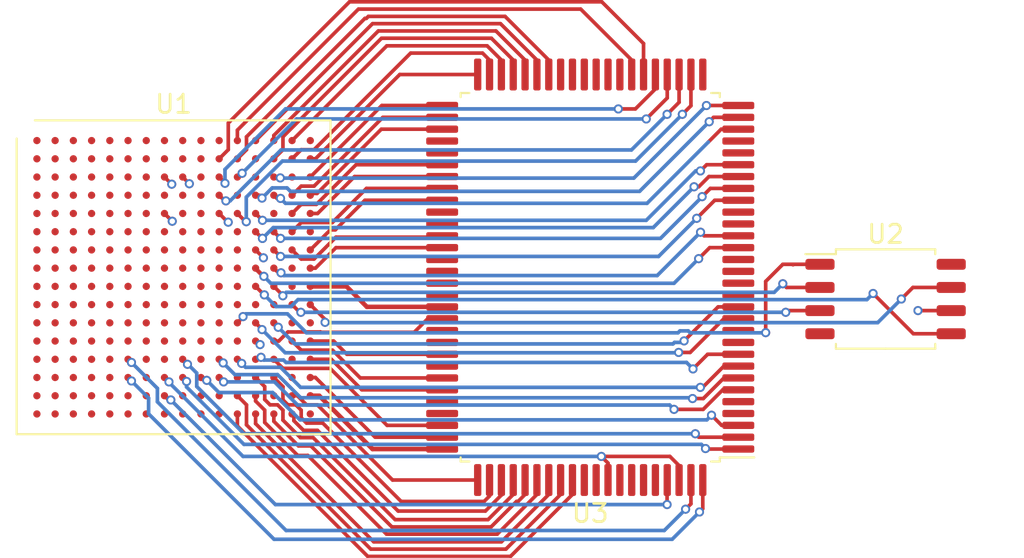
<source format=kicad_pcb>
(kicad_pcb (version 20211014) (generator pcbnew)
  (layers (0 "F.Cu" signal) (1 "In1.Cu" signal) (2 "In2.Cu" signal) (3 "In3.Cu" signal) (4 "In4.Cu" signal) (5 "In5.Cu" signal) (6 "In6.Cu" signal) (31 "B.Cu" signal) (34 "B.Paste" user) (35 "F.Paste" user) (36 "B.SilkS" user "B.Silkscreen") (37 "F.SilkS" user "F.Silkscreen") (38 "B.Mask" user) (39 "F.Mask" user) (44 "Edge.Cuts" user))
  (net 0 "")
  (net 1 "Net-(R5-Pad2)")
  (net 2 "GND")
  (net 3 "/fpga_core/config_dram/CCLK")
  (net 4 "Net-(R6-Pad2)")
  (net 6 "/fpga_core/config_dram/SRAM_D26")
  (net 7 "/fpga_core/config_dram/SRAM_D25")
  (net 8 "/fpga_core/config_dram/SRAM_D24")
  (net 9 "Net-(U3-Pad11)")
  (net 10 "/fpga_core/config_dram/SRAM_D23")
  (net 11 "/fpga_core/config_dram/SRAM_D22")
  (net 12 "/fpga_core/config_dram/SRAM_D21")
  (net 13 "/fpga_core/config_dram/SRAM_D20")
  (net 14 "/fpga_core/config_dram/SRAM_D19")
  (net 15 "/fpga_core/config_dram/SRAM_D18")
  (net 18 "/fpga_core/config_dram/SRAM_D17")
  (net 19 "/fpga_core/config_dram/SRAM_D16")
  (net 20 "/fpga_core/config_dram/SRAM_D15")
  (net 21 "/fpga_core/config_dram/SRAM_D14")
  (net 22 "/fpga_core/config_dram/SRAM_D13")
  (net 23 "/fpga_core/config_dram/SRAM_D12")
  (net 24 "/fpga_core/config_dram/SRAM_D11")
  (net 25 "/fpga_core/config_dram/SRAM_D10")
  (net 26 "/fpga_core/config_dram/SRAM_D9")
  (net 27 "/fpga_core/config_dram/SRAM_A5")
  (net 28 "/fpga_core/config_dram/SRAM_A4")
  (net 29 "/fpga_core/config_dram/SRAM_A3")
  (net 30 "/fpga_core/config_dram/SRAM_A2")
  (net 31 "/fpga_core/config_dram/SRAM_A1")
  (net 32 "/fpga_core/config_dram/SRAM_A0")
  (net 37 "/fpga_core/config_dram/SRAM_A6")
  (net 38 "/fpga_core/config_dram/SRAM_A7")
  (net 39 "/fpga_core/config_dram/SRAM_A8")
  (net 40 "/fpga_core/config_dram/SRAM_A9")
  (net 41 "/fpga_core/config_dram/SRAM_A10")
  (net 42 "/fpga_core/config_dram/SRAM_A11")
  (net 43 "/fpga_core/config_dram/SRAM_A12")
  (net 44 "/fpga_core/config_dram/SRAM_D8")
  (net 45 "/fpga_core/config_dram/SRAM_D7")
  (net 46 "/fpga_core/config_dram/SRAM_D6")
  (net 47 "/fpga_core/config_dram/SRAM_D5")
  (net 48 "/fpga_core/config_dram/SRAM_D4")
  (net 49 "/fpga_core/config_dram/SRAM_D3")
  (net 50 "/fpga_core/config_dram/SRAM_D2")
  (net 51 "/fpga_core/config_dram/SRAM_D1")
  (net 52 "/fpga_core/config_dram/SRAM_D0")
  (net 54 "/fpga_core/config_dram/SRAM_D35")
  (net 55 "/fpga_core/config_dram/SRAM_D34")
  (net 56 "/fpga_core/config_dram/SRAM_D33")
  (net 57 "/fpga_core/config_dram/SRAM_D32")
  (net 58 "/fpga_core/config_dram/SRAM_D31")
  (net 59 "/fpga_core/config_dram/SRAM_D30")
  (net 60 "/fpga_core/config_dram/SRAM_D29")
  (net 61 "/fpga_core/config_dram/SRAM_D28")
  (net 62 "/fpga_core/config_dram/SRAM_D27")
  (net 63 "/fpga_core/config_dram/SRAM_A18")
  (net 64 "/fpga_core/config_dram/SRAM_A17")
  (net 65 "/fpga_core/config_dram/SRAM_A16")
  (net 66 "/fpga_core/config_dram/SRAM_A15")
  (net 67 "/fpga_core/config_dram/SRAM_OE")
  (net 68 "/fpga_core/config_dram/SRAM_CEN")
  (net 69 "/fpga_core/config_dram/SRAM_WE")
  (net 70 "/fpga_core/config_dram/SRAM_CLK")
  (net 71 "/fpga_core/config_dram/SRAM_CE2")
  (net 72 "/fpga_core/config_dram/SRAM_CE1")
  (net 73 "/fpga_core/config_dram/SRAM_A14")
  (net 74 "/fpga_core/config_dram/SRAM_A13")
  (net 137 "/fpga_core/pwr_jtag/CONFIG_DONE")
  (net 163 "Net-(D2-Pad3)")
  (net 165 "/fpga_core/pwr_jtag/PROGRAM_B")
  (net 173 "Net-(D2-Pad1)")
  (net 177 "unconnected-(U1-PadM13)")
  (net 182 "Net-(D1-Pad1)")
  (net 183 "Net-(D1-Pad3)")
  (net 200 "/fpga_core/config_dram/SRAM_ADV_LD")
  (net 201 "/fpga_core/config_dram/SRAM_D28b")
  (net 203 "Net-(U1-PadL12)")
  (net 205 "Net-(U1-PadJ14)")
  (net 206 "Net-(U1-PadJ13)")
  (net 207 "unconnected-(U1-PadE11)")
  (footprint "Package_BGA:Xilinx_FTG256" (layer "F.Cu") (at 127 88.9)
    (fp_text reference "U1")
    (fp_text value "XC7A100T-FTG256")
  )
  (footprint "Package_SO:SOIC-8_5.23x5.23mm_P1.27mm" (layer "F.Cu") (at 166.0652 90.0938)
    (fp_text reference "U2")
    (fp_text value "S25FL127SABMFV10")
  )
  (footprint "Package_QFP:PQFP-100_14x20mm_P0.65mm" (layer "F.Cu") (at 149.86 88.9 180)
    (fp_text reference "U3")
    (fp_text value "CY7C1370KV33")
  )
  (segment (start 133.922294 90.822294) (end 133.982818 90.822294) (width 0.2) (layer "F.Cu") (net 1))
  (segment (start 160.6804 90.7288) (end 160.586906 90.822294) (width 0.2) (layer "F.Cu") (net 1))
  (segment (start 133.5 90.4) (end 133.922294 90.822294) (width 0.2) (layer "F.Cu") (net 1))
  (segment (start 162.4652 90.7288) (end 160.6804 90.7288) (width 0.2) (layer "F.Cu") (net 1))
  (via (at 133.982818 90.822294) (size 0.5) (drill 0.3) (layers "F.Cu" "B.Cu") (net 1))
  (via (at 160.586906 90.822294) (size 0.5) (drill 0.3) (layers "F.Cu" "B.Cu") (net 1))
  (segment (start 133.982818 90.822294) (end 160.586906 90.822294) (width 0.2) (layer "B.Cu") (net 1))
  (segment (start 131.5 87.4) (end 131.9276 87.8276) (width 0.2) (layer "F.Cu") (net 2))
  (segment (start 131.9276 87.8276) (end 131.9276 87.8332) (width 0.2) (layer "F.Cu") (net 2))
  (via (at 131.9276 87.8332) (size 0.5) (drill 0.3) (layers "F.Cu" "B.Cu") (net 2))
  (segment (start 126.5 85.4) (end 126.9266 85.8266) (width 0.2) (layer "F.Cu") (net 3))
  (segment (start 169.6652 90.7288) (end 167.8432 90.7288) (width 0.2) (layer "F.Cu") (net 3))
  (via (at 126.9266 85.8266) (size 0.5) (drill 0.3) (layers "F.Cu" "B.Cu") (net 3))
  (via (at 167.8432 90.7288) (size 0.5) (drill 0.3) (layers "F.Cu" "B.Cu") (net 3))
  (segment (start 167.5638 89.4588) (end 166.9288 90.0938) (width 0.2) (layer "F.Cu") (net 4))
  (segment (start 169.6652 89.4588) (end 167.5638 89.4588) (width 0.2) (layer "F.Cu") (net 4))
  (segment (start 134.5 90.4) (end 135.31105 91.21105) (width 0.2) (layer "F.Cu") (net 4))
  (segment (start 135.31105 91.21105) (end 135.31105 91.371794) (width 0.2) (layer "F.Cu") (net 4))
  (via (at 166.9288 90.0938) (size 0.5) (drill 0.3) (layers "F.Cu" "B.Cu") (net 4))
  (via (at 135.31105 91.371794) (size 0.5) (drill 0.3) (layers "F.Cu" "B.Cu") (net 4))
  (segment (start 135.328456 91.3892) (end 135.31105 91.371794) (width 0.2) (layer "B.Cu") (net 4))
  (segment (start 166.9288 90.0938) (end 165.6334 91.3892) (width 0.2) (layer "B.Cu") (net 4))
  (segment (start 165.6334 91.3892) (end 135.328456 91.3892) (width 0.2) (layer "B.Cu") (net 4))
  (segment (start 127.7112 94.6112) (end 127.7112 94.615) (width 0.2) (layer "F.Cu") (net 6))
  (segment (start 156.2116 98.325) (end 156.1846 98.298) (width 0.2) (layer "F.Cu") (net 6))
  (segment (start 127.5 94.4) (end 127.7112 94.6112) (width 0.2) (layer "F.Cu") (net 6))
  (segment (start 157.985 98.325) (end 156.2116 98.325) (width 0.2) (layer "F.Cu") (net 6))
  (via (at 127.7112 94.615) (size 0.5) (drill 0.3) (layers "F.Cu" "B.Cu") (net 6))
  (via (at 156.1846 98.298) (size 0.5) (drill 0.3) (layers "F.Cu" "B.Cu") (net 6))
  (segment (start 156.1846 98.298) (end 155.956 98.0694) (width 0.2) (layer "B.Cu") (net 6))
  (segment (start 127.7112 94.9198) (end 127.7112 94.615) (width 0.2) (layer "B.Cu") (net 6))
  (segment (start 130.8608 98.0694) (end 127.7112 94.9198) (width 0.2) (layer "B.Cu") (net 6))
  (segment (start 155.956 98.0694) (end 130.8608 98.0694) (width 0.2) (layer "B.Cu") (net 6))
  (segment (start 127.762 93.662) (end 127.762 93.6752) (width 0.2) (layer "F.Cu") (net 7))
  (segment (start 127.5 93.4) (end 127.762 93.662) (width 0.2) (layer "F.Cu") (net 7))
  (segment (start 155.8156 97.675) (end 155.6258 97.4852) (width 0.2) (layer "F.Cu") (net 7))
  (segment (start 157.985 97.675) (end 155.8156 97.675) (width 0.2) (layer "F.Cu") (net 7))
  (via (at 155.6258 97.4852) (size 0.5) (drill 0.3) (layers "F.Cu" "B.Cu") (net 7))
  (via (at 127.762 93.6752) (size 0.5) (drill 0.3) (layers "F.Cu" "B.Cu") (net 7))
  (segment (start 128.27 94.8944) (end 128.27 94.1578) (width 0.2) (layer "B.Cu") (net 7))
  (segment (start 155.6258 97.4852) (end 130.8608 97.4852) (width 0.2) (layer "B.Cu") (net 7))
  (segment (start 127.7874 93.6752) (end 127.762 93.6752) (width 0.2) (layer "B.Cu") (net 7))
  (segment (start 128.27 94.1578) (end 127.7874 93.6752) (width 0.2) (layer "B.Cu") (net 7))
  (segment (start 130.8608 97.4852) (end 128.27 94.8944) (width 0.2) (layer "B.Cu") (net 7))
  (segment (start 128.7018 94.615) (end 128.761069 94.555731) (width 0.2) (layer "F.Cu") (net 8))
  (segment (start 157.985 97.025) (end 157.0706 97.025) (width 0.2) (layer "F.Cu") (net 8))
  (segment (start 128.761069 94.555731) (end 128.8195 94.555731) (width 0.2) (layer "F.Cu") (net 8))
  (segment (start 128.655731 94.555731) (end 128.8195 94.555731) (width 0.2) (layer "F.Cu") (net 8))
  (segment (start 128.5 94.4) (end 128.655731 94.555731) (width 0.2) (layer "F.Cu") (net 8))
  (segment (start 157.0706 97.025) (end 156.5148 96.4692) (width 0.2) (layer "F.Cu") (net 8))
  (via (at 128.8195 94.555731) (size 0.5) (drill 0.3) (layers "F.Cu" "B.Cu") (net 8))
  (via (at 156.5148 96.4692) (size 0.5) (drill 0.3) (layers "F.Cu" "B.Cu") (net 8))
  (segment (start 156.2608 96.7232) (end 133.9342 96.7232) (width 0.2) (layer "B.Cu") (net 8))
  (segment (start 156.5148 96.4692) (end 156.2608 96.7232) (width 0.2) (layer "B.Cu") (net 8))
  (segment (start 132.4356 95.2246) (end 129.488369 95.2246) (width 0.2) (layer "B.Cu") (net 8))
  (segment (start 133.9342 96.7232) (end 132.4356 95.2246) (width 0.2) (layer "B.Cu") (net 8))
  (segment (start 129.488369 95.2246) (end 128.8195 94.555731) (width 0.2) (layer "B.Cu") (net 8))
  (segment (start 129.7404 94.6404) (end 129.7432 94.6404) (width 0.2) (layer "F.Cu") (net 10))
  (segment (start 156.058589 96.1483) (end 154.4574 96.1483) (width 0.2) (layer "F.Cu") (net 10))
  (segment (start 157.131889 95.075) (end 156.058589 96.1483) (width 0.2) (layer "F.Cu") (net 10))
  (segment (start 129.5 94.4) (end 129.7404 94.6404) (width 0.2) (layer "F.Cu") (net 10))
  (segment (start 157.985 95.075) (end 157.131889 95.075) (width 0.2) (layer "F.Cu") (net 10))
  (via (at 154.4574 96.1483) (size 0.5) (drill 0.3) (layers "F.Cu" "B.Cu") (net 10))
  (via (at 129.7432 94.6404) (size 0.5) (drill 0.3) (layers "F.Cu" "B.Cu") (net 10))
  (segment (start 132.5372 94.6404) (end 133.8072 95.9104) (width 0.2) (layer "B.Cu") (net 10))
  (segment (start 154.2195 95.9104) (end 154.4574 96.1483) (width 0.2) (layer "B.Cu") (net 10))
  (segment (start 129.7432 94.6404) (end 132.5372 94.6404) (width 0.2) (layer "B.Cu") (net 10))
  (segment (start 133.8072 95.9104) (end 154.2195 95.9104) (width 0.2) (layer "B.Cu") (net 10))
  (segment (start 129.5188 93.4) (end 129.7178 93.599) (width 0.2) (layer "F.Cu") (net 11))
  (segment (start 157.194315 94.425) (end 156.064515 95.5548) (width 0.2) (layer "F.Cu") (net 11))
  (segment (start 157.985 94.425) (end 157.194315 94.425) (width 0.2) (layer "F.Cu") (net 11))
  (segment (start 129.5 93.4) (end 129.5188 93.4) (width 0.2) (layer "F.Cu") (net 11))
  (segment (start 156.064515 95.5548) (end 155.4734 95.5548) (width 0.2) (layer "F.Cu") (net 11))
  (via (at 129.7178 93.599) (size 0.5) (drill 0.3) (layers "F.Cu" "B.Cu") (net 11))
  (via (at 155.4734 95.5548) (size 0.5) (drill 0.3) (layers "F.Cu" "B.Cu") (net 11))
  (segment (start 129.7178 93.599) (end 130.359699 94.240899) (width 0.2) (layer "B.Cu") (net 11))
  (segment (start 133.972679 95.510899) (end 155.429499 95.510899) (width 0.2) (layer "B.Cu") (net 11))
  (segment (start 132.702679 94.240899) (end 133.972679 95.510899) (width 0.2) (layer "B.Cu") (net 11))
  (segment (start 130.359699 94.240899) (end 132.702679 94.240899) (width 0.2) (layer "B.Cu") (net 11))
  (segment (start 155.429499 95.510899) (end 155.4734 95.5548) (width 0.2) (layer "B.Cu") (net 11))
  (segment (start 130.5 93.4) (end 130.7244 93.6244) (width 0.2) (layer "F.Cu") (net 12))
  (segment (start 130.7244 93.6244) (end 130.7338 93.6244) (width 0.2) (layer "F.Cu") (net 12))
  (segment (start 157.194315 93.775) (end 156.028213 94.941102) (width 0.2) (layer "F.Cu") (net 12))
  (segment (start 157.985 93.775) (end 157.194315 93.775) (width 0.2) (layer "F.Cu") (net 12))
  (segment (start 156.028213 94.941102) (end 155.901102 94.941102) (width 0.2) (layer "F.Cu") (net 12))
  (via (at 130.7338 93.6244) (size 0.5) (drill 0.3) (layers "F.Cu" "B.Cu") (net 12))
  (via (at 155.901102 94.941102) (size 0.5) (drill 0.3) (layers "F.Cu" "B.Cu") (net 12))
  (segment (start 132.868158 93.841398) (end 130.950798 93.841398) (width 0.2) (layer "B.Cu") (net 12))
  (segment (start 133.967862 94.941102) (end 132.868158 93.841398) (width 0.2) (layer "B.Cu") (net 12))
  (segment (start 130.950798 93.841398) (end 130.7338 93.6244) (width 0.2) (layer "B.Cu") (net 12))
  (segment (start 155.901102 94.941102) (end 133.967862 94.941102) (width 0.2) (layer "B.Cu") (net 12))
  (segment (start 156.303 93.125) (end 155.4988 93.9292) (width 0.2) (layer "F.Cu") (net 13))
  (segment (start 157.985 93.125) (end 156.303 93.125) (width 0.2) (layer "F.Cu") (net 13))
  (segment (start 131.5 93.4) (end 131.689115 93.4) (width 0.2) (layer "F.Cu") (net 13))
  (segment (start 131.689115 93.4) (end 131.797217 93.291898) (width 0.2) (layer "F.Cu") (net 13))
  (via (at 131.797217 93.291898) (size 0.5) (drill 0.3) (layers "F.Cu" "B.Cu") (net 13))
  (via (at 155.4988 93.9292) (size 0.5) (drill 0.3) (layers "F.Cu" "B.Cu") (net 13))
  (segment (start 133.033637 93.441897) (end 131.947216 93.441897) (width 0.2) (layer "B.Cu") (net 13))
  (segment (start 133.16534 93.5736) (end 133.033637 93.441897) (width 0.2) (layer "B.Cu") (net 13))
  (segment (start 155.4988 93.9292) (end 155.1432 93.5736) (width 0.2) (layer "B.Cu") (net 13))
  (segment (start 131.947216 93.441897) (end 131.797217 93.291898) (width 0.2) (layer "B.Cu") (net 13))
  (segment (start 155.1432 93.5736) (end 133.16534 93.5736) (width 0.2) (layer "B.Cu") (net 13))
  (segment (start 157.194315 91.175) (end 155.345215 93.0241) (width 0.2) (layer "F.Cu") (net 14))
  (segment (start 155.345215 93.0241) (end 154.7114 93.0241) (width 0.2) (layer "F.Cu") (net 14))
  (segment (start 131.5 91.4) (end 131.8514 91.7514) (width 0.2) (layer "F.Cu") (net 14))
  (segment (start 131.8514 91.7514) (end 131.8514 91.7702) (width 0.2) (layer "F.Cu") (net 14))
  (segment (start 157.985 91.175) (end 157.194315 91.175) (width 0.2) (layer "F.Cu") (net 14))
  (via (at 131.8514 91.7702) (size 0.5) (drill 0.3) (layers "F.Cu" "B.Cu") (net 14))
  (via (at 154.7114 93.0241) (size 0.5) (drill 0.3) (layers "F.Cu" "B.Cu") (net 14))
  (segment (start 133.123596 93.042396) (end 154.693104 93.042396) (width 0.2) (layer "B.Cu") (net 14))
  (segment (start 131.8514 91.7702) (end 133.123596 93.042396) (width 0.2) (layer "B.Cu") (net 14))
  (segment (start 154.693104 93.042396) (end 154.7114 93.0241) (width 0.2) (layer "B.Cu") (net 14))
  (segment (start 132.5 91.4) (end 132.7404 91.6404) (width 0.2) (layer "F.Cu") (net 15))
  (segment (start 156.875969 90.525) (end 155.009617 92.391352) (width 0.2) (layer "F.Cu") (net 15))
  (segment (start 157.985 90.525) (end 156.875969 90.525) (width 0.2) (layer "F.Cu") (net 15))
  (segment (start 132.7404 91.6404) (end 132.7404 91.6432) (width 0.2) (layer "F.Cu") (net 15))
  (via (at 132.7404 91.6432) (size 0.5) (drill 0.3) (layers "F.Cu" "B.Cu") (net 15))
  (via (at 155.009617 92.391352) (size 0.5) (drill 0.3) (layers "F.Cu" "B.Cu") (net 15))
  (segment (start 133.6548 92.5576) (end 154.400789 92.5576) (width 0.2) (layer "B.Cu") (net 15))
  (segment (start 154.926369 92.4746) (end 155.009617 92.391352) (width 0.2) (layer "B.Cu") (net 15))
  (segment (start 154.400789 92.5576) (end 154.483789 92.4746) (width 0.2) (layer "B.Cu") (net 15))
  (segment (start 132.7404 91.6432) (end 133.6548 92.5576) (width 0.2) (layer "B.Cu") (net 15))
  (segment (start 154.483789 92.4746) (end 154.926369 92.4746) (width 0.2) (layer "B.Cu") (net 15))
  (segment (start 131.5 88.4) (end 131.9492 88.8492) (width 0.2) (layer "F.Cu") (net 18))
  (segment (start 131.5 88.447) (end 131.9022 88.8492) (width 0.2) (layer "F.Cu") (net 18))
  (segment (start 156.4126 87.275) (end 155.808744 87.878856) (width 0.2) (layer "F.Cu") (net 18))
  (segment (start 157.985 87.275) (end 156.4126 87.275) (width 0.2) (layer "F.Cu") (net 18))
  (segment (start 131.9022 88.8492) (end 131.953 88.8492) (width 0.2) (layer "F.Cu") (net 18))
  (segment (start 131.9492 88.8492) (end 131.953 88.8492) (width 0.2) (layer "F.Cu") (net 18))
  (via (at 131.953 88.8492) (size 0.5) (drill 0.3) (layers "F.Cu" "B.Cu") (net 18))
  (via (at 155.808744 87.878856) (size 0.5) (drill 0.3) (layers "F.Cu" "B.Cu") (net 18))
  (segment (start 132.334 89.2302) (end 154.4574 89.2302) (width 0.2) (layer "B.Cu") (net 18))
  (segment (start 154.4574 89.2302) (end 155.808744 87.878856) (width 0.2) (layer "B.Cu") (net 18))
  (segment (start 131.953 88.8492) (end 132.334 89.2302) (width 0.2) (layer "B.Cu") (net 18))
  (segment (start 156.109112 86.625) (end 155.912756 86.428644) (width 0.2) (layer "F.Cu") (net 19))
  (segment (start 132.7553 88.6553) (end 132.8928 88.6553) (width 0.2) (layer "F.Cu") (net 19))
  (segment (start 157.985 86.625) (end 156.109112 86.625) (width 0.2) (layer "F.Cu") (net 19))
  (segment (start 132.5 88.4) (end 132.7553 88.6553) (width 0.2) (layer "F.Cu") (net 19))
  (via (at 155.912756 86.428644) (size 0.5) (drill 0.3) (layers "F.Cu" "B.Cu") (net 19))
  (via (at 132.8928 88.6553) (size 0.5) (drill 0.3) (layers "F.Cu" "B.Cu") (net 19))
  (segment (start 133.042799 88.805299) (end 153.536101 88.805299) (width 0.2) (layer "B.Cu") (net 19))
  (segment (start 153.536101 88.805299) (end 155.912756 86.428644) (width 0.2) (layer "B.Cu") (net 19))
  (segment (start 132.8928 88.6553) (end 133.042799 88.805299) (width 0.2) (layer "B.Cu") (net 19))
  (segment (start 132.857 87.757) (end 132.8674 87.757) (width 0.2) (layer "F.Cu") (net 20))
  (segment (start 157.985 84.675) (end 156.692317 84.675) (width 0.2) (layer "F.Cu") (net 20))
  (segment (start 132.5 87.4) (end 132.857 87.757) (width 0.2) (layer "F.Cu") (net 20))
  (segment (start 156.692317 84.675) (end 155.702417 85.6649) (width 0.2) (layer "F.Cu") (net 20))
  (via (at 132.8674 87.757) (size 0.5) (drill 0.3) (layers "F.Cu" "B.Cu") (net 20))
  (via (at 155.702417 85.6649) (size 0.5) (drill 0.3) (layers "F.Cu" "B.Cu") (net 20))
  (segment (start 153.610317 87.757) (end 155.702417 85.6649) (width 0.2) (layer "B.Cu") (net 20))
  (segment (start 132.8674 87.757) (end 153.610317 87.757) (width 0.2) (layer "B.Cu") (net 20))
  (segment (start 132.8664 86.7664) (end 132.8674 86.7664) (width 0.2) (layer "F.Cu") (net 21))
  (segment (start 132.5 86.4) (end 132.8664 86.7664) (width 0.2) (layer "F.Cu") (net 21))
  (segment (start 157.985 84.025) (end 156.451347 84.025) (width 0.2) (layer "F.Cu") (net 21))
  (segment (start 156.451347 84.025) (end 155.998964 84.477383) (width 0.2) (layer "F.Cu") (net 21))
  (via (at 155.998964 84.477383) (size 0.5) (drill 0.3) (layers "F.Cu" "B.Cu") (net 21))
  (via (at 132.8674 86.7664) (size 0.5) (drill 0.3) (layers "F.Cu" "B.Cu") (net 21))
  (segment (start 155.998964 84.484127) (end 155.998964 84.477383) (width 0.2) (layer "B.Cu") (net 21))
  (segment (start 153.716691 86.7664) (end 155.998964 84.484127) (width 0.2) (layer "B.Cu") (net 21))
  (segment (start 132.8674 86.7664) (end 153.716691 86.7664) (width 0.2) (layer "B.Cu") (net 21))
  (segment (start 157.985 83.375) (end 156.372639 83.375) (width 0.2) (layer "F.Cu") (net 22))
  (segment (start 131.8664 86.7664) (end 131.8768 86.7664) (width 0.2) (layer "F.Cu") (net 22))
  (segment (start 156.372639 83.375) (end 155.812564 83.935075) (width 0.2) (layer "F.Cu") (net 22))
  (segment (start 131.5 86.4) (end 131.8664 86.7664) (width 0.2) (layer "F.Cu") (net 22))
  (segment (start 155.812564 83.935075) (end 155.557143 83.935075) (width 0.2) (layer "F.Cu") (net 22))
  (via (at 131.8768 86.7664) (size 0.5) (drill 0.3) (layers "F.Cu" "B.Cu") (net 22))
  (via (at 131.8768 86.7664) (size 0.5) (drill 0.3) (layers "F.Cu" "B.Cu") (net 22))
  (via (at 155.557143 83.935075) (size 0.5) (drill 0.3) (layers "F.Cu" "B.Cu") (net 22))
  (segment (start 131.8768 86.7664) (end 132.467899 86.175301) (width 0.2) (layer "B.Cu") (net 22))
  (segment (start 153.316917 86.175301) (end 155.557143 83.935075) (width 0.2) (layer "B.Cu") (net 22))
  (segment (start 132.467899 86.175301) (end 153.316917 86.175301) (width 0.2) (layer "B.Cu") (net 22))
  (segment (start 157.985 82.725) (end 156.245528 82.725) (width 0.2) (layer "F.Cu") (net 23))
  (segment (start 131.8758 85.7758) (end 131.8768 85.7758) (width 0.2) (layer "F.Cu") (net 23))
  (segment (start 131.5 85.4) (end 131.8758 85.7758) (width 0.2) (layer "F.Cu") (net 23))
  (segment (start 156.245528 82.725) (end 155.9052 83.065328) (width 0.2) (layer "F.Cu") (net 23))
  (via (at 155.9052 83.065328) (size 0.5) (drill 0.3) (layers "F.Cu" "B.Cu") (net 23))
  (via (at 131.8768 85.7758) (size 0.5) (drill 0.3) (layers "F.Cu" "B.Cu") (net 23))
  (segment (start 155.643872 83.065328) (end 155.9052 83.065328) (width 0.2) (layer "B.Cu") (net 23))
  (segment (start 131.8768 85.7758) (end 152.9334 85.7758) (width 0.2) (layer "B.Cu") (net 23))
  (segment (start 152.9334 85.7758) (end 155.643872 83.065328) (width 0.2) (layer "B.Cu") (net 23))
  (segment (start 132.6727 84.5727) (end 132.8674 84.5727) (width 0.2) (layer "F.Cu") (net 24))
  (segment (start 157.985 80.775) (end 157.0452 80.775) (width 0.2) (layer "F.Cu") (net 24))
  (segment (start 132.5 84.4) (end 132.6727 84.5727) (width 0.2) (layer "F.Cu") (net 24))
  (segment (start 157.0452 80.775) (end 156.337 81.4832) (width 0.2) (layer "F.Cu") (net 24))
  (via (at 132.8674 84.5727) (size 0.5) (drill 0.3) (layers "F.Cu" "B.Cu") (net 24))
  (segment (start 156.337 81.4832) (end 152.9774 84.8428) (width 0.2) (layer "B.Cu") (net 24))
  (segment (start 152.9774 84.8428) (end 133.1375 84.8428) (width 0.2) (layer "B.Cu") (net 24))
  (segment (start 133.1375 84.8428) (end 132.8674 84.5727) (width 0.2) (layer "B.Cu") (net 24))
  (segment (start 156.6284 80.125) (end 156.3878 80.3656) (width 0.2) (layer "F.Cu") (net 25))
  (segment (start 131.5 84.4) (end 131.6948 84.4) (width 0.2) (layer "F.Cu") (net 25))
  (segment (start 131.6948 84.4) (end 131.8514 84.5566) (width 0.2) (layer "F.Cu") (net 25))
  (segment (start 157.985 80.125) (end 156.6284 80.125) (width 0.2) (layer "F.Cu") (net 25))
  (via (at 156.3878 80.3656) (size 0.5) (drill 0.3) (layers "F.Cu" "B.Cu") (net 25))
  (via (at 131.8514 84.5566) (size 0.5) (drill 0.3) (layers "F.Cu" "B.Cu") (net 25))
  (segment (start 156.3878 80.3656) (end 152.5685 84.1849) (width 0.2) (layer "B.Cu") (net 25))
  (segment (start 133.4101 84.1849) (end 133.223 83.9978) (width 0.2) (layer "B.Cu") (net 25))
  (segment (start 133.223 83.9978) (end 132.4102 83.9978) (width 0.2) (layer "B.Cu") (net 25))
  (segment (start 132.4102 83.9978) (end 131.8514 84.5566) (width 0.2) (layer "B.Cu") (net 25))
  (segment (start 152.5685 84.1849) (end 133.4101 84.1849) (width 0.2) (layer "B.Cu") (net 25))
  (segment (start 132.5 83.4) (end 132.803931 83.4) (width 0.2) (layer "F.Cu") (net 26))
  (segment (start 156.237 79.475) (end 156.2354 79.4766) (width 0.2) (layer "F.Cu") (net 26))
  (segment (start 132.803931 83.4) (end 132.852231 83.4483) (width 0.2) (layer "F.Cu") (net 26))
  (segment (start 157.985 79.475) (end 156.237 79.475) (width 0.2) (layer "F.Cu") (net 26))
  (via (at 132.852231 83.4483) (size 0.5) (drill 0.3) (layers "F.Cu" "B.Cu") (net 26))
  (via (at 156.2354 79.4766) (size 0.5) (drill 0.3) (layers "F.Cu" "B.Cu") (net 26))
  (segment (start 152.252201 83.459799) (end 132.86373 83.459799) (width 0.2) (layer "B.Cu") (net 26))
  (segment (start 156.2354 79.4766) (end 152.252201 83.459799) (width 0.2) (layer "B.Cu") (net 26))
  (segment (start 132.86373 83.459799) (end 132.852231 83.4483) (width 0.2) (layer "B.Cu") (net 26))
  (segment (start 155.385 77.775) (end 155.385 79.4888) (width 0.2) (layer "F.Cu") (net 27))
  (segment (start 155.385 79.4888) (end 154.9146 79.9592) (width 0.2) (layer "F.Cu") (net 27))
  (segment (start 130.952 85.852) (end 130.9878 85.852) (width 0.2) (layer "F.Cu") (net 27))
  (segment (start 130.5 85.4) (end 130.952 85.852) (width 0.2) (layer "F.Cu") (net 27))
  (via (at 154.9146 79.9592) (size 0.5) (drill 0.3) (layers "F.Cu" "B.Cu") (net 27))
  (via (at 130.9878 85.852) (size 0.5) (drill 0.3) (layers "F.Cu" "B.Cu") (net 27))
  (segment (start 152.3492 82.5246) (end 132.969 82.5246) (width 0.2) (layer "B.Cu") (net 27))
  (segment (start 130.9878 84.5058) (end 130.9878 85.852) (width 0.2) (layer "B.Cu") (net 27))
  (segment (start 154.9146 79.9592) (end 152.3492 82.5246) (width 0.2) (layer "B.Cu") (net 27))
  (segment (start 132.969 82.5246) (end 130.9878 84.5058) (width 0.2) (layer "B.Cu") (net 27))
  (segment (start 154.735 79.3006) (end 154.0764 79.9592) (width 0.2) (layer "F.Cu") (net 28))
  (segment (start 129.5 84.4) (end 129.809 84.709) (width 0.2) (layer "F.Cu") (net 28))
  (segment (start 154.735 77.775) (end 154.735 79.3006) (width 0.2) (layer "F.Cu") (net 28))
  (segment (start 129.809 84.709) (end 129.8702 84.709) (width 0.2) (layer "F.Cu") (net 28))
  (via (at 154.0764 79.9592) (size 0.5) (drill 0.3) (layers "F.Cu" "B.Cu") (net 28))
  (via (at 129.8702 84.709) (size 0.5) (drill 0.3) (layers "F.Cu" "B.Cu") (net 28))
  (segment (start 132.8928 81.915) (end 152.1206 81.915) (width 0.2) (layer "B.Cu") (net 28))
  (segment (start 152.1206 81.915) (end 154.0764 79.9592) (width 0.2) (layer "B.Cu") (net 28))
  (segment (start 130.0988 84.709) (end 132.8928 81.915) (width 0.2) (layer "B.Cu") (net 28))
  (segment (start 129.8702 84.709) (end 130.0988 84.709) (width 0.2) (layer "B.Cu") (net 28))
  (segment (start 130.7042 83.1958) (end 130.758689 83.1958) (width 0.2) (layer "F.Cu") (net 29))
  (segment (start 130.5 83.4) (end 130.7042 83.1958) (width 0.2) (layer "F.Cu") (net 29))
  (segment (start 154.085 79.0616) (end 152.9334 80.2132) (width 0.2) (layer "F.Cu") (net 29))
  (segment (start 154.085 77.775) (end 154.085 79.0616) (width 0.2) (layer "F.Cu") (net 29))
  (via (at 152.9334 80.2132) (size 0.5) (drill 0.3) (layers "F.Cu" "B.Cu") (net 29))
  (via (at 130.758689 83.1958) (size 0.5) (drill 0.3) (layers "F.Cu" "B.Cu") (net 29))
  (segment (start 133.741289 80.2132) (end 130.758689 83.1958) (width 0.2) (layer "B.Cu") (net 29))
  (segment (start 152.9334 80.2132) (end 133.741289 80.2132) (width 0.2) (layer "B.Cu") (net 29))
  (segment (start 129.5 83.4) (end 129.8194 83.7194) (width 0.2) (layer "F.Cu") (net 30))
  (segment (start 152.336985 79.6637) (end 151.401403 79.6637) (width 0.2) (layer "F.Cu") (net 30))
  (segment (start 153.435 78.565685) (end 152.336985 79.6637) (width 0.2) (layer "F.Cu") (net 30))
  (segment (start 153.435 77.775) (end 153.435 78.565685) (width 0.2) (layer "F.Cu") (net 30))
  (segment (start 129.8194 83.7194) (end 129.8194 83.7438) (width 0.2) (layer "F.Cu") (net 30))
  (via (at 129.8194 83.7438) (size 0.5) (drill 0.3) (layers "F.Cu" "B.Cu") (net 30))
  (via (at 151.401403 79.6637) (size 0.5) (drill 0.3) (layers "F.Cu" "B.Cu") (net 30))
  (segment (start 129.8194 82.9818) (end 129.8194 83.7438) (width 0.2) (layer "B.Cu") (net 30))
  (segment (start 133.1375 79.6637) (end 129.8194 82.9818) (width 0.2) (layer "B.Cu") (net 30))
  (segment (start 151.401403 79.6637) (end 133.1375 79.6637) (width 0.2) (layer "B.Cu") (net 30))
  (segment (start 129.5 82.4) (end 130 81.9) (width 0.2) (layer "F.Cu") (net 31))
  (segment (start 136.652 73.787) (end 150.495 73.787) (width 0.2) (layer "F.Cu") (net 31))
  (segment (start 130 81.9) (end 130 80.439) (width 0.2) (layer "F.Cu") (net 31))
  (segment (start 130 80.439) (end 136.652 73.787) (width 0.2) (layer "F.Cu") (net 31))
  (segment (start 152.785 76.077) (end 152.785 77.775) (width 0.2) (layer "F.Cu") (net 31))
  (segment (start 150.495 73.787) (end 152.785 76.077) (width 0.2) (layer "F.Cu") (net 31))
  (segment (start 130.5 80.828) (end 130.5 81.4) (width 0.2) (layer "F.Cu") (net 32))
  (segment (start 149.337186 74.186501) (end 137.141499 74.186501) (width 0.2) (layer "F.Cu") (net 32))
  (segment (start 152.135 77.775) (end 152.135 76.984315) (width 0.2) (layer "F.Cu") (net 32))
  (segment (start 137.141499 74.186501) (end 130.5 80.828) (width 0.2) (layer "F.Cu") (net 32))
  (segment (start 152.135 76.984315) (end 149.337186 74.186501) (width 0.2) (layer "F.Cu") (net 32))
  (segment (start 137.498392 74.694501) (end 131 81.192893) (width 0.2) (layer "F.Cu") (net 37))
  (segment (start 137.687978 74.586002) (end 137.579479 74.694501) (width 0.2) (layer "F.Cu") (net 37))
  (segment (start 147.585 76.984315) (end 145.186687 74.586002) (width 0.2) (layer "F.Cu") (net 37))
  (segment (start 137.579479 74.694501) (end 137.498392 74.694501) (width 0.2) (layer "F.Cu") (net 37))
  (segment (start 131 81.9) (end 130.5 82.4) (width 0.2) (layer "F.Cu") (net 37))
  (segment (start 145.186687 74.586002) (end 137.687978 74.586002) (width 0.2) (layer "F.Cu") (net 37))
  (segment (start 147.585 77.775) (end 147.585 76.984315) (width 0.2) (layer "F.Cu") (net 37))
  (segment (start 131 81.192893) (end 131 81.9) (width 0.2) (layer "F.Cu") (net 37))
  (segment (start 146.935 76.984315) (end 146.935 77.775) (width 0.2) (layer "F.Cu") (net 38))
  (segment (start 131.5 81.4) (end 137.914497 74.985503) (width 0.2) (layer "F.Cu") (net 38))
  (segment (start 137.914497 74.985503) (end 144.936188 74.985503) (width 0.2) (layer "F.Cu") (net 38))
  (segment (start 144.936188 74.985503) (end 146.935 76.984315) (width 0.2) (layer "F.Cu") (net 38))
  (segment (start 146.285 76.984315) (end 144.685689 75.385004) (width 0.2) (layer "F.Cu") (net 39))
  (segment (start 132.5 81.117158) (end 132.5 81.4) (width 0.2) (layer "F.Cu") (net 39))
  (segment (start 144.685689 75.385004) (end 138.232154 75.385004) (width 0.2) (layer "F.Cu") (net 39))
  (segment (start 146.285 77.775) (end 146.285 76.984315) (width 0.2) (layer "F.Cu") (net 39))
  (segment (start 138.232154 75.385004) (end 132.5 81.117158) (width 0.2) (layer "F.Cu") (net 39))
  (segment (start 132.5 82.4) (end 133 81.9) (width 0.2) (layer "F.Cu") (net 40))
  (segment (start 133 81.9) (end 133 81.192893) (width 0.2) (layer "F.Cu") (net 40))
  (segment (start 133 81.192893) (end 138.408388 75.784505) (width 0.2) (layer "F.Cu") (net 40))
  (segment (start 145.635 76.984315) (end 145.635 77.775) (width 0.2) (layer "F.Cu") (net 40))
  (segment (start 138.408388 75.784505) (end 144.43519 75.784505) (width 0.2) (layer "F.Cu") (net 40))
  (segment (start 144.43519 75.784505) (end 145.635 76.984315) (width 0.2) (layer "F.Cu") (net 40))
  (segment (start 144.985 76.984315) (end 144.201184 76.200499) (width 0.2) (layer "F.Cu") (net 41))
  (segment (start 138.699501 76.200499) (end 133.5 81.4) (width 0.2) (layer "F.Cu") (net 41))
  (segment (start 144.985 77.775) (end 144.985 76.984315) (width 0.2) (layer "F.Cu") (net 41))
  (segment (start 144.201184 76.200499) (end 138.699501 76.200499) (width 0.2) (layer "F.Cu") (net 41))
  (segment (start 134.707107 81.9) (end 134 81.9) (width 0.2) (layer "F.Cu") (net 42))
  (segment (start 140.007107 76.6) (end 134.707107 81.9) (width 0.2) (layer "F.Cu") (net 42))
  (segment (start 144.335 76.984315) (end 143.950685 76.6) (width 0.2) (layer "F.Cu") (net 42))
  (segment (start 144.335 77.775) (end 144.335 76.984315) (width 0.2) (layer "F.Cu") (net 42))
  (segment (start 143.950685 76.6) (end 140.007107 76.6) (width 0.2) (layer "F.Cu") (net 42))
  (segment (start 134 81.9) (end 133.5 82.4) (width 0.2) (layer "F.Cu") (net 42))
  (segment (start 134.782842 82.4) (end 134.5 82.4) (width 0.2) (layer "F.Cu") (net 43))
  (segment (start 139.407842 77.775) (end 134.782842 82.4) (width 0.2) (layer "F.Cu") (net 43))
  (segment (start 143.685 77.775) (end 139.407842 77.775) (width 0.2) (layer "F.Cu") (net 43))
  (segment (start 138.425 79.475) (end 134.5 83.4) (width 0.2) (layer "F.Cu") (net 44))
  (segment (start 141.735 79.475) (end 138.425 79.475) (width 0.2) (layer "F.Cu") (net 44))
  (segment (start 134 83.9) (end 134.707107 83.9) (width 0.2) (layer "F.Cu") (net 45))
  (segment (start 133.5 84.4) (end 134 83.9) (width 0.2) (layer "F.Cu") (net 45))
  (segment (start 134.707107 83.9) (end 138.482107 80.125) (width 0.2) (layer "F.Cu") (net 45))
  (segment (start 138.482107 80.125) (end 141.735 80.125) (width 0.2) (layer "F.Cu") (net 45))
  (segment (start 138.397087 80.775) (end 141.735 80.775) (width 0.2) (layer "F.Cu") (net 46))
  (segment (start 134.600499 84.299501) (end 134.872586 84.299501) (width 0.2) (layer "F.Cu") (net 46))
  (segment (start 134.872586 84.299501) (end 138.397087 80.775) (width 0.2) (layer "F.Cu") (net 46))
  (segment (start 134.5 84.4) (end 134.600499 84.299501) (width 0.2) (layer "F.Cu") (net 46))
  (segment (start 141.735 82.725) (end 137.012067 82.725) (width 0.2) (layer "F.Cu") (net 47))
  (segment (start 134 84.9) (end 133.5 85.4) (width 0.2) (layer "F.Cu") (net 47))
  (segment (start 137.012067 82.725) (end 134.837067 84.9) (width 0.2) (layer "F.Cu") (net 47))
  (segment (start 134.837067 84.9) (end 134 84.9) (width 0.2) (layer "F.Cu") (net 47))
  (segment (start 134.902047 85.4) (end 136.927047 83.375) (width 0.2) (layer "F.Cu") (net 48))
  (segment (start 134.5 85.4) (end 134.902047 85.4) (width 0.2) (layer "F.Cu") (net 48))
  (segment (start 136.927047 83.375) (end 141.735 83.375) (width 0.2) (layer "F.Cu") (net 48))
  (segment (start 135.707107 85.9) (end 134 85.9) (width 0.2) (layer "F.Cu") (net 49))
  (segment (start 134 85.9) (end 133.5 86.4) (width 0.2) (layer "F.Cu") (net 49))
  (segment (start 137.582107 84.025) (end 135.707107 85.9) (width 0.2) (layer "F.Cu") (net 49))
  (segment (start 141.735 84.025) (end 137.582107 84.025) (width 0.2) (layer "F.Cu") (net 49))
  (segment (start 141.735 84.675) (end 137.497087 84.675) (width 0.2) (layer "F.Cu") (net 50))
  (segment (start 135.600499 86.299501) (end 134.5 87.4) (width 0.2) (layer "F.Cu") (net 50))
  (segment (start 137.497087 84.675) (end 135.872586 86.299501) (width 0.2) (layer "F.Cu") (net 50))
  (segment (start 135.872586 86.299501) (end 135.600499 86.299501) (width 0.2) (layer "F.Cu") (net 50))
  (segment (start 134.707107 87.9) (end 134 87.9) (width 0.2) (layer "F.Cu") (net 51))
  (segment (start 141.660998 86.699002) (end 135.908105 86.699002) (width 0.2) (layer "F.Cu") (net 51))
  (segment (start 134 87.9) (end 133.5 87.4) (width 0.2) (layer "F.Cu") (net 51))
  (segment (start 141.735 86.625) (end 141.660998 86.699002) (width 0.2) (layer "F.Cu") (net 51))
  (segment (start 135.908105 86.699002) (end 134.707107 87.9) (width 0.2) (layer "F.Cu") (net 51))
  (segment (start 135.907842 87.275) (end 141.735 87.275) (width 0.2) (layer "F.Cu") (net 52))
  (segment (start 134.5 88.4) (end 134.782842 88.4) (width 0.2) (layer "F.Cu") (net 52))
  (segment (start 134.782842 88.4) (end 135.907842 87.275) (width 0.2) (layer "F.Cu") (net 52))
  (segment (start 136.482336 89.4) (end 134.5 89.4) (width 0.25) (layer "F.Cu") (net 54))
  (segment (start 141.735 90.525) (end 137.607336 90.525) (width 0.25) (layer "F.Cu") (net 54))
  (segment (start 137.607336 90.525) (end 136.482336 89.4) (width 0.25) (layer "F.Cu") (net 54))
  (segment (start 140.944315 91.175) (end 140.198021 91.921294) (width 0.2) (layer "F.Cu") (net 55))
  (segment (start 133.271 91.9) (end 132.771 92.4) (width 0.2) (layer "F.Cu") (net 55))
  (segment (start 135.083439 91.921294) (end 135.062145 91.9) (width 0.2) (layer "F.Cu") (net 55))
  (segment (start 132.771 92.4) (end 132.5 92.4) (width 0.2) (layer "F.Cu") (net 55))
  (segment (start 135.062145 91.9) (end 133.271 91.9) (width 0.2) (layer "F.Cu") (net 55))
  (segment (start 141.735 91.175) (end 140.944315 91.175) (width 0.2) (layer "F.Cu") (net 55))
  (segment (start 140.198021 91.921294) (end 135.083439 91.921294) (width 0.2) (layer "F.Cu") (net 55))
  (segment (start 136.50894 93.125) (end 141.735 93.125) (width 0.2) (layer "F.Cu") (net 56))
  (segment (start 135.78394 92.4) (end 136.50894 93.125) (width 0.2) (layer "F.Cu") (net 56))
  (segment (start 134.5 92.4) (end 135.78394 92.4) (width 0.2) (layer "F.Cu") (net 56))
  (segment (start 134 92.9) (end 135.71896 92.9) (width 0.2) (layer "F.Cu") (net 58))
  (segment (start 133.5 92.4) (end 134 92.9) (width 0.2) (layer "F.Cu") (net 58))
  (segment (start 135.71896 92.9) (end 137.24396 94.425) (width 0.2) (layer "F.Cu") (net 58))
  (segment (start 137.24396 94.425) (end 141.735 94.425) (width 0.2) (layer "F.Cu") (net 58))
  (segment (start 135.65398 93.4) (end 134.5 93.4) (width 0.2) (layer "F.Cu") (net 59))
  (segment (start 141.735 95.075) (end 137.32898 95.075) (width 0.2) (layer "F.Cu") (net 59))
  (segment (start 137.32898 95.075) (end 135.65398 93.4) (width 0.2) (layer "F.Cu") (net 59))
  (segment (start 133 93.9) (end 135.589 93.9) (width 0.2) (layer "F.Cu") (net 60))
  (segment (start 138.714 97.025) (end 141.735 97.025) (width 0.2) (layer "F.Cu") (net 60))
  (segment (start 132.5 93.4) (end 133 93.9) (width 0.2) (layer "F.Cu") (net 60))
  (segment (start 135.589 93.9) (end 138.714 97.025) (width 0.2) (layer "F.Cu") (net 60))
  (segment (start 134.5 94.4) (end 134.782842 94.4) (width 0.2) (layer "F.Cu") (net 61))
  (segment (start 138.057842 97.675) (end 141.735 97.675) (width 0.2) (layer "F.Cu") (net 61))
  (segment (start 134.782842 94.4) (end 138.057842 97.675) (width 0.2) (layer "F.Cu") (net 61))
  (segment (start 141.735 98.325) (end 137.914336 98.325) (width 0.25) (layer "F.Cu") (net 62))
  (segment (start 134.989336 95.4) (end 134.5 95.4) (width 0.25) (layer "F.Cu") (net 62))
  (segment (start 137.914336 98.325) (end 134.989336 95.4) (width 0.25) (layer "F.Cu") (net 62))
  (segment (start 134.889 95.9) (end 139.014 100.025) (width 0.2) (layer "F.Cu") (net 63))
  (segment (start 134.292893 95.9) (end 134.889 95.9) (width 0.2) (layer "F.Cu") (net 63))
  (segment (start 133.792893 95.4) (end 134.292893 95.9) (width 0.2) (layer "F.Cu") (net 63))
  (segment (start 126.5 83.4) (end 126.8946 83.7946) (width 0.2) (layer "F.Cu") (net 63))
  (segment (start 139.014 100.025) (end 143.685 100.025) (width 0.2) (layer "F.Cu") (net 63))
  (segment (start 133.5 95.4) (end 133.792893 95.4) (width 0.2) (layer "F.Cu") (net 63))
  (segment (start 126.8984 83.7946) (end 126.8946 83.7946) (width 0.2) (layer "F.Cu") (net 63))
  (via (at 126.8984 83.7946) (size 0.5) (drill 0.3) (layers "F.Cu" "B.Cu") (net 63))
  (segment (start 127.8636 83.7636) (end 127.8636 83.7692) (width 0.2) (layer "F.Cu") (net 64))
  (segment (start 144.335 100.902) (end 144.335 100.025) (width 0.2) (layer "F.Cu") (net 64))
  (segment (start 133.272087 95.9) (end 133.707107 95.9) (width 0.2) (layer "F.Cu") (net 64))
  (segment (start 144.037 101.2) (end 144.335 100.902) (width 0.2) (layer "F.Cu") (net 64))
  (segment (start 135.18398 96.9) (end 139.48398 101.2) (width 0.2) (layer "F.Cu") (net 64))
  (segment (start 133 95.627913) (end 133.272087 95.9) (width 0.2) (layer "F.Cu") (net 64))
  (segment (start 133.707107 95.9) (end 134 96.192893) (width 0.2) (layer "F.Cu") (net 64))
  (segment (start 134 96.607107) (end 134.292893 96.9) (width 0.2) (layer "F.Cu") (net 64))
  (segment (start 127.5 83.4) (end 127.8636 83.7636) (width 0.2) (layer "F.Cu") (net 64))
  (segment (start 134.292893 96.9) (end 135.18398 96.9) (width 0.2) (layer "F.Cu") (net 64))
  (segment (start 133 94.9) (end 133 95.627913) (width 0.2) (layer "F.Cu") (net 64))
  (segment (start 132.5 94.4) (end 133 94.9) (width 0.2) (layer "F.Cu") (net 64))
  (segment (start 134 96.192893) (end 134 96.607107) (width 0.2) (layer "F.Cu") (net 64))
  (segment (start 139.48398 101.2) (end 144.037 101.2) (width 0.2) (layer "F.Cu") (net 64))
  (via (at 127.8636 83.7692) (size 0.5) (drill 0.3) (layers "F.Cu" "B.Cu") (net 64))
  (segment (start 134.891501 97.299501) (end 139.319 101.727) (width 0.2) (layer "F.Cu") (net 65))
  (segment (start 144.108 101.727) (end 144.985 100.85) (width 0.2) (layer "F.Cu") (net 65))
  (segment (start 133.600499 96.500499) (end 133.600499 96.772586) (width 0.2) (layer "F.Cu") (net 65))
  (segment (start 133.5 96.4) (end 133.600499 96.500499) (width 0.2) (layer "F.Cu") (net 65))
  (segment (start 139.319 101.727) (end 144.108 101.727) (width 0.2) (layer "F.Cu") (net 65))
  (segment (start 133.600499 96.772586) (end 134.127414 97.299501) (width 0.2) (layer "F.Cu") (net 65))
  (segment (start 134.127414 97.299501) (end 134.891501 97.299501) (width 0.2) (layer "F.Cu") (net 65))
  (segment (start 144.985 100.85) (end 144.985 100.025) (width 0.2) (layer "F.Cu") (net 65))
  (segment (start 145.635 100.815685) (end 144.252687 102.197998) (width 0.2) (layer "F.Cu") (net 66))
  (segment (start 145.635 100.025) (end 145.635 100.815685) (width 0.2) (layer "F.Cu") (net 66))
  (segment (start 134.656501 97.699501) (end 133.961728 97.699501) (width 0.2) (layer "F.Cu") (net 66))
  (segment (start 132.707107 95.9) (end 132.292893 95.9) (width 0.2) (layer "F.Cu") (net 66))
  (segment (start 132 94.9) (end 131.5 94.4) (width 0.2) (layer "F.Cu") (net 66))
  (segment (start 132 95.607107) (end 132 94.9) (width 0.2) (layer "F.Cu") (net 66))
  (segment (start 133.961728 97.699501) (end 133 96.737773) (width 0.2) (layer "F.Cu") (net 66))
  (segment (start 133 96.737773) (end 133 96.192893) (width 0.2) (layer "F.Cu") (net 66))
  (segment (start 133 96.192893) (end 132.707107 95.9) (width 0.2) (layer "F.Cu") (net 66))
  (segment (start 144.252687 102.197998) (end 139.154998 102.197998) (width 0.2) (layer "F.Cu") (net 66))
  (segment (start 132.292893 95.9) (end 132 95.607107) (width 0.2) (layer "F.Cu") (net 66))
  (segment (start 139.154998 102.197998) (end 134.656501 97.699501) (width 0.2) (layer "F.Cu") (net 66))
  (segment (start 132 96.192893) (end 131.5 95.692893) (width 0.2) (layer "F.Cu") (net 67))
  (segment (start 132 96.867733) (end 132 96.192893) (width 0.2) (layer "F.Cu") (net 67))
  (segment (start 138.684 102.997) (end 134.366 98.679) (width 0.2) (layer "F.Cu") (net 67))
  (segment (start 146.935 100.815685) (end 144.753685 102.997) (width 0.2) (layer "F.Cu") (net 67))
  (segment (start 134.366 98.679) (end 133.811267 98.679) (width 0.2) (layer "F.Cu") (net 67))
  (segment (start 133.811267 98.679) (end 132 96.867733) (width 0.2) (layer "F.Cu") (net 67))
  (segment (start 131.5 95.692893) (end 131.5 95.4) (width 0.2) (layer "F.Cu") (net 67))
  (segment (start 144.753685 102.997) (end 138.684 102.997) (width 0.2) (layer "F.Cu") (net 67))
  (segment (start 146.935 100.025) (end 146.935 100.815685) (width 0.2) (layer "F.Cu") (net 67))
  (segment (start 144.983487 103.417198) (end 147.585 100.815685) (width 0.2) (layer "F.Cu") (net 68))
  (segment (start 137.984485 103.417198) (end 144.983487 103.417198) (width 0.2) (layer "F.Cu") (net 68))
  (segment (start 131.5 96.4) (end 131.5 96.932713) (width 0.2) (layer "F.Cu") (net 68))
  (segment (start 131.5 96.932713) (end 137.984485 103.417198) (width 0.2) (layer "F.Cu") (net 68))
  (segment (start 147.585 100.815685) (end 147.585 100.025) (width 0.2) (layer "F.Cu") (net 68))
  (segment (start 131 95.9) (end 130.5 95.4) (width 0.2) (layer "F.Cu") (net 69))
  (segment (start 137.819006 103.816699) (end 131 96.997693) (width 0.2) (layer "F.Cu") (net 69))
  (segment (start 148.235 100.025) (end 148.235 100.815685) (width 0.2) (layer "F.Cu") (net 69))
  (segment (start 148.235 100.815685) (end 145.233986 103.816699) (width 0.2) (layer "F.Cu") (net 69))
  (segment (start 145.233986 103.816699) (end 137.819006 103.816699) (width 0.2) (layer "F.Cu") (net 69))
  (segment (start 131 96.997693) (end 131 95.9) (width 0.2) (layer "F.Cu") (net 69))
  (segment (start 130.5 97.062673) (end 137.653527 104.2162) (width 0.2) (layer "F.Cu") (net 70))
  (segment (start 145.484485 104.2162) (end 148.885 100.815685) (width 0.2) (layer "F.Cu") (net 70))
  (segment (start 137.653527 104.2162) (end 145.484485 104.2162) (width 0.2) (layer "F.Cu") (net 70))
  (segment (start 130.5 96.4) (end 130.5 97.062673) (width 0.2) (layer "F.Cu") (net 70))
  (segment (start 148.885 100.815685) (end 148.885 100.025) (width 0.2) (layer "F.Cu") (net 70))
  (segment (start 154.0764 100.824285) (end 154.0764 101.3714) (width 0.2) (layer "F.Cu") (net 71))
  (segment (start 126.5 95.4) (end 126.731 95.631) (width 0.2) (layer "F.Cu") (net 71))
  (segment (start 154.085 100.025) (end 154.085 100.815685) (width 0.2) (layer "F.Cu") (net 71))
  (segment (start 126.731 95.631) (end 126.8476 95.631) (width 0.2) (layer "F.Cu") (net 71))
  (segment (start 154.085 100.815685) (end 154.0764 100.824285) (width 0.2) (layer "F.Cu") (net 71))
  (via (at 126.8476 95.631) (size 0.5) (drill 0.3) (layers "F.Cu" "B.Cu") (net 71))
  (via (at 154.0764 101.3714) (size 0.5) (drill 0.3) (layers "F.Cu" "B.Cu") (net 71))
  (segment (start 132.588 101.3714) (end 126.8476 95.631) (width 0.2) (layer "B.Cu") (net 71))
  (segment (start 154.0764 101.3714) (end 132.588 101.3714) (width 0.2) (layer "B.Cu") (net 71))
  (segment (start 154.735 100.025) (end 154.735 99.234315) (width 0.2) (layer "F.Cu") (net 72))
  (segment (start 126.5 94.4) (end 126.7404 94.6404) (width 0.2) (layer "F.Cu") (net 72))
  (segment (start 150.835 99.0952) (end 150.4696 98.7298) (width 0.2) (layer "F.Cu") (net 72))
  (segment (start 150.835 100.025) (end 150.835 99.0952) (width 0.2) (layer "F.Cu") (net 72))
  (segment (start 154.735 99.234315) (end 154.230485 98.7298) (width 0.2) (layer "F.Cu") (net 72))
  (segment (start 154.230485 98.7298) (end 150.4696 98.7298) (width 0.2) (layer "F.Cu") (net 72))
  (segment (start 126.7404 94.6404) (end 126.746 94.6404) (width 0.2) (layer "F.Cu") (net 72))
  (via (at 126.746 94.6404) (size 0.5) (drill 0.3) (layers "F.Cu" "B.Cu") (net 72))
  (via (at 150.4696 98.7298) (size 0.5) (drill 0.3) (layers "F.Cu" "B.Cu") (net 72))
  (segment (start 126.746 94.6658) (end 130.81 98.7298) (width 0.2) (layer "B.Cu") (net 72))
  (segment (start 126.746 94.6404) (end 126.746 94.6658) (width 0.2) (layer "B.Cu") (net 72))
  (segment (start 130.81 98.7298) (end 150.4696 98.7298) (width 0.2) (layer "B.Cu") (net 72))
  (segment (start 124.515 93.4) (end 124.6886 93.5736) (width 0.2) (layer "F.Cu") (net 73))
  (segment (start 124.5 93.4) (end 124.515 93.4) (width 0.2) (layer "F.Cu") (net 73))
  (segment (start 155.385 101.3328) (end 155.0924 101.6254) (width 0.2) (layer "F.Cu") (net 73))
  (segment (start 155.385 100.025) (end 155.385 101.3328) (width 0.2) (layer "F.Cu") (net 73))
  (via (at 155.0924 101.6254) (size 0.5) (drill 0.3) (layers "F.Cu" "B.Cu") (net 73))
  (via (at 124.6886 93.5736) (size 0.5) (drill 0.3) (layers "F.Cu" "B.Cu") (net 73))
  (segment (start 153.924 102.7938) (end 155.0924 101.6254) (width 0.2) (layer "B.Cu") (net 73))
  (segment (start 126.111 95.7326) (end 133.1722 102.7938) (width 0.2) (layer "B.Cu") (net 73))
  (segment (start 133.1722 102.7938) (end 153.924 102.7938) (width 0.2) (layer "B.Cu") (net 73))
  (segment (start 126.111 94.996) (end 126.111 95.7326) (width 0.2) (layer "B.Cu") (net 73))
  (segment (start 124.6886 93.5736) (end 126.111 94.996) (width 0.2) (layer "B.Cu") (net 73))
  (segment (start 124.5 94.401) (end 124.6886 94.5896) (width 0.2) (layer "F.Cu") (net 74))
  (segment (start 156.035 100.025) (end 156.035 101.5972) (width 0.2) (layer "F.Cu") (net 74))
  (segment (start 124.5 94.4) (end 124.5 94.401) (width 0.2) (layer "F.Cu") (net 74))
  (segment (start 156.035 101.5972) (end 155.8544 101.7778) (width 0.2) (layer "F.Cu") (net 74))
  (via (at 124.6886 94.5896) (size 0.5) (drill 0.3) (layers "F.Cu" "B.Cu") (net 74))
  (via (at 155.8544 101.7778) (size 0.5) (drill 0.3) (layers "F.Cu" "B.Cu") (net 74))
  (segment (start 154.3558 103.2764) (end 132.5118 103.2764) (width 0.2) (layer "B.Cu") (net 74))
  (segment (start 125.6284 95.5294) (end 124.6886 94.5896) (width 0.2) (layer "B.Cu") (net 74))
  (segment (start 132.5118 103.2764) (end 125.6284 96.393) (width 0.2) (layer "B.Cu") (net 74))
  (segment (start 155.8544 101.7778) (end 154.3558 103.2764) (width 0.2) (layer "B.Cu") (net 74))
  (segment (start 125.6284 96.393) (end 125.6284 95.5294) (width 0.2) (layer "B.Cu") (net 74))
  (segment (start 131.694352 92.594352) (end 131.74494 92.594352) (width 0.2) (layer "F.Cu") (net 177))
  (segment (start 131.5 92.4) (end 131.694352 92.594352) (width 0.2) (layer "F.Cu") (net 177))
  (via (at 131.74494 92.594352) (size 0.5) (drill 0.3) (layers "F.Cu" "B.Cu") (net 177))
  (segment (start 132.5 96.4) (end 132.5 96.802752) (width 0.2) (layer "F.Cu") (net 200))
  (segment (start 146.285 100.815685) (end 146.285 100.025) (width 0.2) (layer "F.Cu") (net 200))
  (segment (start 145.816371 101.2) (end 145.900685 101.2) (width 0.2) (layer "F.Cu") (net 200))
  (segment (start 132.5 96.802752) (end 133.849747 98.152499) (width 0.2) (layer "F.Cu") (net 200))
  (segment (start 144.418872 102.597499) (end 145.816371 101.2) (width 0.2) (layer "F.Cu") (net 200))
  (segment (start 133.849747 98.152499) (end 134.531479 98.152499) (width 0.2) (layer "F.Cu") (net 200))
  (segment (start 145.900685 101.2) (end 146.285 100.815685) (width 0.2) (layer "F.Cu") (net 200))
  (segment (start 134.531479 98.152499) (end 138.976479 102.597499) (width 0.2) (layer "F.Cu") (net 200))
  (segment (start 138.976479 102.597499) (end 144.418872 102.597499) (width 0.2) (layer "F.Cu") (net 200))
  (segment (start 130.81 91.09) (end 130.81 91.059) (width 0.2) (layer "F.Cu") (net 203))
  (segment (start 161.0106 88.1888) (end 160.4264 88.1888) (width 0.2) (layer "F.Cu") (net 203))
  (segment (start 160.4264 88.1888) (end 159.4866 89.1286) (width 0.2) (layer "F.Cu") (net 203))
  (segment (start 159.4866 89.1286) (end 159.4866 91.9387) (width 0.2) (layer "F.Cu") (net 203))
  (segment (start 161.0106 88.1888) (end 160.9852 88.2142) (width 0.2) (layer "F.Cu") (net 203))
  (segment (start 130.5 91.4) (end 130.81 91.09) (width 0.2) (layer "F.Cu") (net 203))
  (segment (start 162.4652 88.1888) (end 161.0106 88.1888) (width 0.2) (layer "F.Cu") (net 203))
  (via (at 159.4866 91.9387) (size 0.5) (drill 0.3) (layers "F.Cu" "B.Cu") (net 203))
  (via (at 130.81 91.059) (size 0.5) (drill 0.3) (layers "F.Cu" "B.Cu") (net 203))
  (segment (start 133.2484 90.9066) (end 130.9624 90.9066) (width 0.2) (layer "B.Cu") (net 203))
  (segment (start 154.782006 91.841852) (end 154.675858 91.948) (width 0.2) (layer "B.Cu") (net 203))
  (segment (start 155.343376 91.948) (end 155.237228 91.841852) (width 0.2) (layer "B.Cu") (net 203))
  (segment (start 130.9624 90.9066) (end 130.81 91.059) (width 0.2) (layer "B.Cu") (net 203))
  (segment (start 159.4773 91.948) (end 155.343376 91.948) (width 0.2) (layer "B.Cu") (net 203))
  (segment (start 159.4866 91.9387) (end 159.4773 91.948) (width 0.2) (layer "B.Cu") (net 203))
  (segment (start 154.675858 91.948) (end 134.2898 91.948) (width 0.2) (layer "B.Cu") (net 203))
  (segment (start 155.237228 91.841852) (end 154.782006 91.841852) (width 0.2) (layer "B.Cu") (net 203))
  (segment (start 134.2898 91.948) (end 133.2484 90.9066) (width 0.2) (layer "B.Cu") (net 203))
  (segment (start 132.9944 89.8944) (end 132.9944 89.916) (width 0.2) (layer "F.Cu") (net 205))
  (segment (start 132.5 89.4) (end 132.9944 89.8944) (width 0.2) (layer "F.Cu") (net 205))
  (segment (start 160.6296 89.4588) (end 160.4264 89.2556) (width 0.2) (layer "F.Cu") (net 205))
  (segment (start 162.4652 89.4588) (end 160.6296 89.4588) (width 0.2) (layer "F.Cu") (net 205))
  (via (at 160.4264 89.2556) (size 0.5) (drill 0.3) (layers "F.Cu" "B.Cu") (net 205))
  (via (at 132.9944 89.916) (size 0.5) (drill 0.3) (layers "F.Cu" "B.Cu") (net 205))
  (segment (start 133.183802 89.726598) (end 159.955402 89.726598) (width 0.2) (layer "B.Cu") (net 205))
  (segment (start 132.9944 89.916) (end 133.183802 89.726598) (width 0.2) (layer "B.Cu") (net 205))
  (segment (start 159.955402 89.726598) (end 160.4264 89.2556) (width 0.2) (layer "B.Cu") (net 205))
  (segment (start 167.5892 91.9988) (end 165.3794 89.789) (width 0.2) (layer "F.Cu") (net 206))
  (segment (start 131.9652 89.8652) (end 131.9784 89.8652) (width 0.2) (layer "F.Cu") (net 206))
  (segment (start 169.6652 91.9988) (end 167.5892 91.9988) (width 0.2) (layer "F.Cu") (net 206))
  (segment (start 131.5 89.4) (end 131.9652 89.8652) (width 0.2) (layer "F.Cu") (net 206))
  (via (at 131.9784 89.8652) (size 0.5) (drill 0.3) (layers "F.Cu" "B.Cu") (net 206))
  (via (at 165.3794 89.789) (size 0.5) (drill 0.3) (layers "F.Cu" "B.Cu") (net 206))
  (segment (start 133.444701 90.507099) (end 133.825701 90.126099) (width 0.2) (layer "B.Cu") (net 206))
  (segment (start 165.042301 90.126099) (end 165.3794 89.789) (width 0.2) (layer "B.Cu") (net 206))
  (segment (start 133.825701 90.126099) (end 165.042301 90.126099) (width 0.2) (layer "B.Cu") (net 206))
  (segment (start 131.9784 89.8652) (end 132.620299 90.507099) (width 0.2) (layer "B.Cu") (net 206))
  (segment (start 132.620299 90.507099) (end 133.444701 90.507099) (width 0.2) (layer "B.Cu") (net 206))
  (segment (start 129.9774 85.8774) (end 129.9972 85.8774) (width 0.2) (layer "F.Cu") (net 207))
  (segment (start 129.5 85.4) (end 129.9774 85.8774) (width 0.2) (layer "F.Cu") (net 207))
  (via (at 129.9972 85.8774) (size 0.5) (drill 0.3) (layers "F.Cu" "B.Cu") (net 207))
)
</source>
